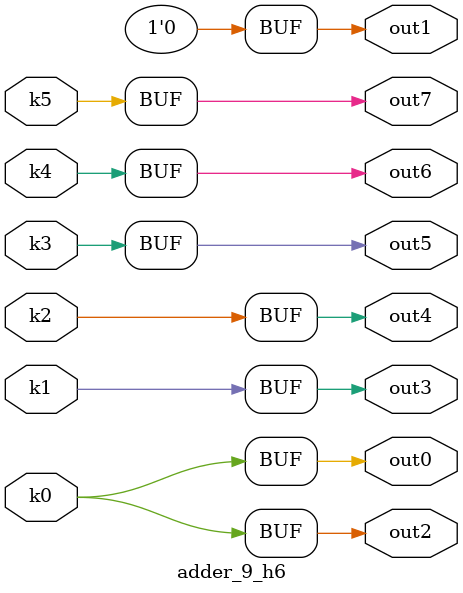
<source format=v>
module adder_9(pi00, pi01, pi02, pi03, pi04, pi05, pi06, pi07, pi08, pi09, pi10, pi11, pi12, po0, po1, po2, po3, po4, po5, po6, po7);
input pi00, pi01, pi02, pi03, pi04, pi05, pi06, pi07, pi08, pi09, pi10, pi11, pi12;
output po0, po1, po2, po3, po4, po5, po6, po7;
wire k0, k1, k2, k3, k4, k5;
adder_9_w6 DUT1 (pi00, pi01, pi02, pi03, pi04, pi05, pi06, pi07, pi08, pi09, pi10, pi11, pi12, k0, k1, k2, k3, k4, k5);
adder_9_h6 DUT2 (k0, k1, k2, k3, k4, k5, po0, po1, po2, po3, po4, po5, po6, po7);
endmodule

module adder_9_w6(in12, in11, in10, in9, in8, in7, in6, in5, in4, in3, in2, in1, in0, k5, k4, k3, k2, k1, k0);
input in12, in11, in10, in9, in8, in7, in6, in5, in4, in3, in2, in1, in0;
output k5, k4, k3, k2, k1, k0;
assign k0 =   ((in7 ^ in2) & (((in8 | in3) & (((in9 | in4) & (((in11 | in6) & ((~in0 & ((in12 & (in5 | in10)) | (in1 & in10))) | (in1 & in5))) | (in5 & (in10 | (in11 & in6))) | (in11 & in6 & in10))) | (in9 & in4))) | (in8 & in3))) | ((~in7 ^ in2) & ((~in8 & ~in3) | ((~in8 | ~in3) & ((~in9 & ~in4) | ((~in9 | ~in4) & (((~in11 | ~in6) & ((~in1 & ((~in12 & (~in5 | ~in10)) | (in0 & ~in10))) | (in0 & ~in5))) | (~in5 & (~in10 | (~in11 & ~in6))) | (~in11 & ~in6 & ~in10)))))));
assign k1 =   ((in8 ^ in3) & (((in9 | in4) & (((in11 | in6) & ((~in0 & ((in12 & (in5 | in10)) | (in1 & in10))) | (in1 & in5))) | (in5 & (in10 | (in11 & in6))) | (in11 & in6 & in10))) | (in9 & in4))) | ((~in8 ^ in3) & ((~in9 & ~in4) | ((~in9 | ~in4) & (((~in11 | ~in6) & ((~in1 & ((~in12 & (~in5 | ~in10)) | (in0 & ~in10))) | (in0 & ~in5))) | (~in5 & (~in10 | (~in11 & ~in6))) | (~in11 & ~in6 & ~in10)))));
assign k2 =   ((in9 ^ in4) & (((in11 | in6) & ((~in0 & ((in12 & (in5 | in10)) | (in1 & in10))) | (in1 & in5))) | (in5 & (in10 | (in11 & in6))) | (in11 & in6 & in10))) | ((~in9 ^ in4) & (((~in11 | ~in6) & ((~in1 & ((~in12 & (~in5 | ~in10)) | (in0 & ~in10))) | (in0 & ~in5))) | (~in5 & (~in10 | (~in11 & ~in6))) | (~in11 & ~in6 & ~in10)));
assign k3 =   ((in5 ^ in10) & ((in12 & ~in0 & (in11 | in6)) | (in11 & in6))) | (in1 & (in11 | in6) & ((in5 & ~in10) | (~in0 & ~in5 & in10))) | ((~in5 ^ in10) & ((~in11 & ~in6) | (~in12 & ~in1 & (~in11 | ~in6)))) | (in0 & (~in11 | ~in6) & ((~in5 & ~in10) | (~in1 & in5 & in10)));
assign k4 =   (~in0 & (in11 ^ in6) & (in12 | in1)) | (~in1 & (~in11 ^ in6) & (~in12 | in0));
assign k5 =   (~in12 & (in1 | in0)) | (~in1 & ~in0 & in12);
endmodule

module adder_9_h6(k5, k4, k3, k2, k1, k0, out7, out6, out5, out4, out3, out2, out1, out0);
input k5, k4, k3, k2, k1, k0;
output out7, out6, out5, out4, out3, out2, out1, out0;
assign out0 = k0;
assign out1 = 0;
assign out2 = k0;
assign out3 = k1;
assign out4 = k2;
assign out5 = k3;
assign out6 = k4;
assign out7 = k5;
endmodule

</source>
